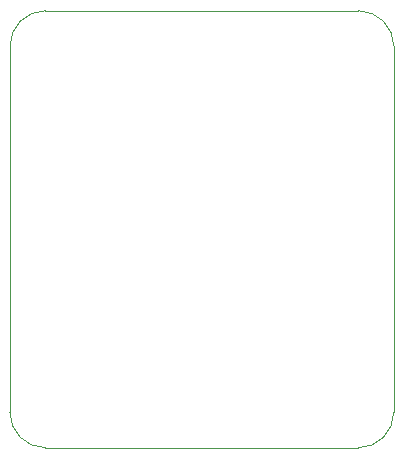
<source format=gm1>
G04 #@! TF.GenerationSoftware,KiCad,Pcbnew,8.0.5*
G04 #@! TF.CreationDate,2024-09-25T12:16:08+03:00*
G04 #@! TF.ProjectId,ditron-dc11-encoder,64697472-6f6e-42d6-9463-31312d656e63,rev?*
G04 #@! TF.SameCoordinates,Original*
G04 #@! TF.FileFunction,Profile,NP*
%FSLAX46Y46*%
G04 Gerber Fmt 4.6, Leading zero omitted, Abs format (unit mm)*
G04 Created by KiCad (PCBNEW 8.0.5) date 2024-09-25 12:16:08*
%MOMM*%
%LPD*%
G01*
G04 APERTURE LIST*
G04 #@! TA.AperFunction,Profile*
%ADD10C,0.050000*%
G04 #@! TD*
G04 APERTURE END LIST*
D10*
X150000000Y-75000000D02*
X176500000Y-75000000D01*
X176500000Y-75000000D02*
G75*
G02*
X179500000Y-78000000I0J-3000000D01*
G01*
X147000000Y-78000000D02*
G75*
G02*
X150000000Y-75000000I3000000J0D01*
G01*
X179500000Y-109000000D02*
G75*
G02*
X176500000Y-112000000I-3000000J0D01*
G01*
X150000000Y-112000000D02*
G75*
G02*
X147000000Y-109000000I0J3000000D01*
G01*
X147000000Y-109000000D02*
X147000000Y-78000000D01*
X179500000Y-78000000D02*
X179500000Y-109000000D01*
X176500000Y-112000000D02*
X150000000Y-112000000D01*
M02*

</source>
